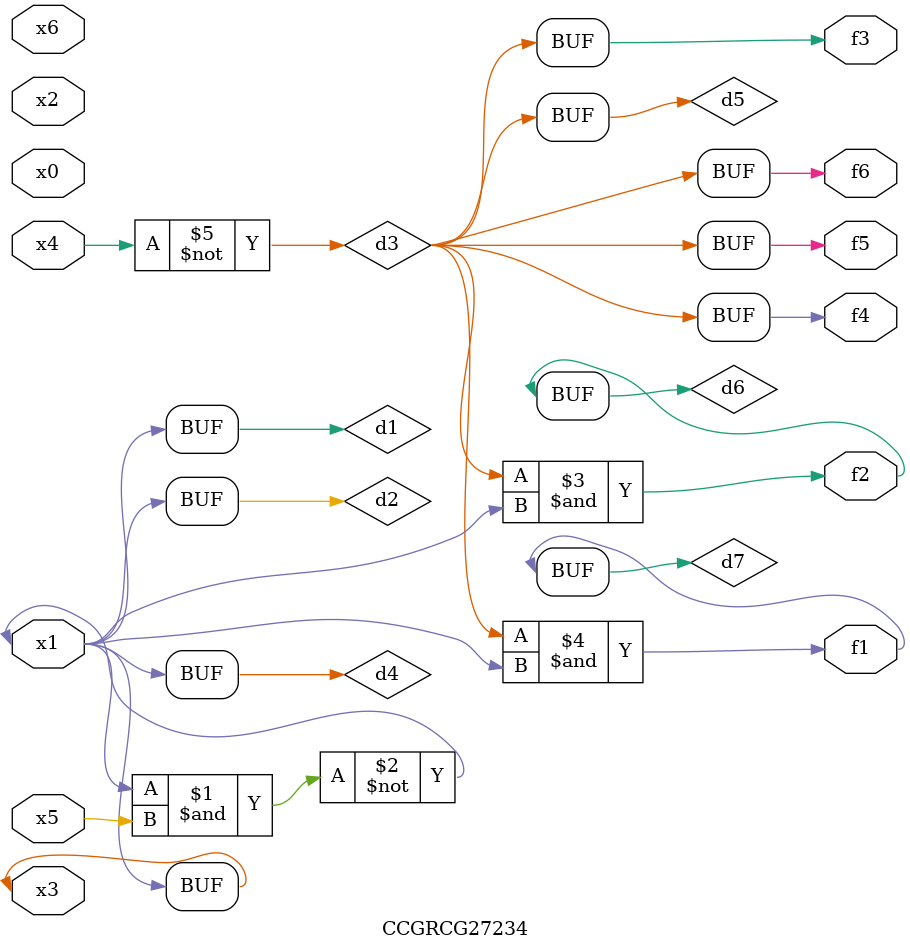
<source format=v>
module CCGRCG27234(
	input x0, x1, x2, x3, x4, x5, x6,
	output f1, f2, f3, f4, f5, f6
);

	wire d1, d2, d3, d4, d5, d6, d7;

	buf (d1, x1, x3);
	nand (d2, x1, x5);
	not (d3, x4);
	buf (d4, d1, d2);
	buf (d5, d3);
	and (d6, d3, d4);
	and (d7, d3, d4);
	assign f1 = d7;
	assign f2 = d6;
	assign f3 = d5;
	assign f4 = d5;
	assign f5 = d5;
	assign f6 = d5;
endmodule

</source>
